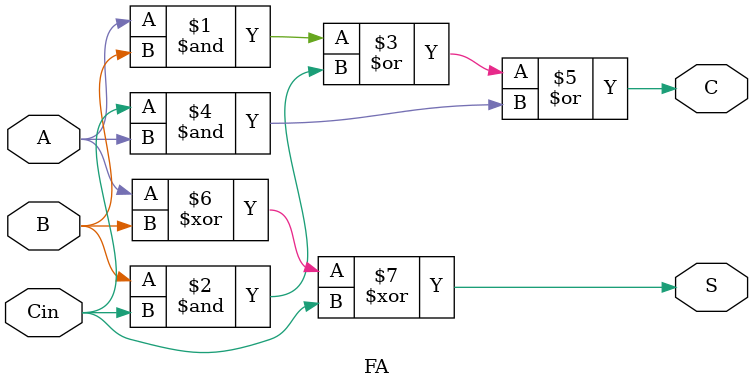
<source format=v>
module EXP1(input [3:0] A, input [3:0] B, output [4:0] sum);
wire w1, w2, w3;

FA u1(A[0], B[0],1'b0, sum[0], w1);
FA u2(A[1], B[1],w1, sum[1], w2);
FA u3(A[2], B[2],w2, sum[2], w3);
FA u4(A[3], B[3],w3, sum[3], sum[4]);

endmodule

module FA(input A, input B, input Cin ,output S, output C);

assign C = (A&B) | (B&Cin) | (Cin&A);
assign S = A^B^Cin;

endmodule
</source>
